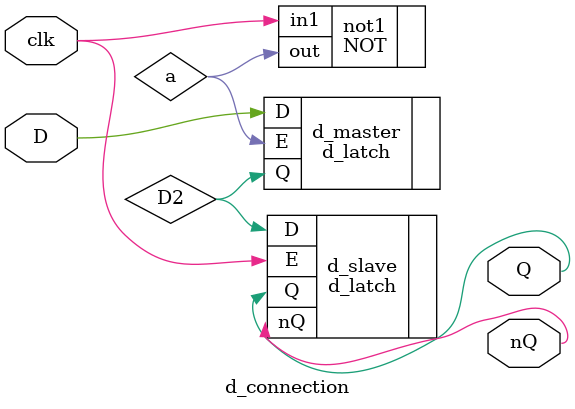
<source format=v>
module d_connection (
input clk, D,
output Q, nQ);

wire D2; // вход защелки slave
wire a; // ~clk
wire QM; // выход защелки master

NOT not1(.out(a), .in1(clk));
d_latch d_slave (.D(D2), .E(clk), .Q(Q), .nQ(nQ));
d_latch d_master(.D(D), .E(a), .Q(D2)); 

endmodule

</source>
